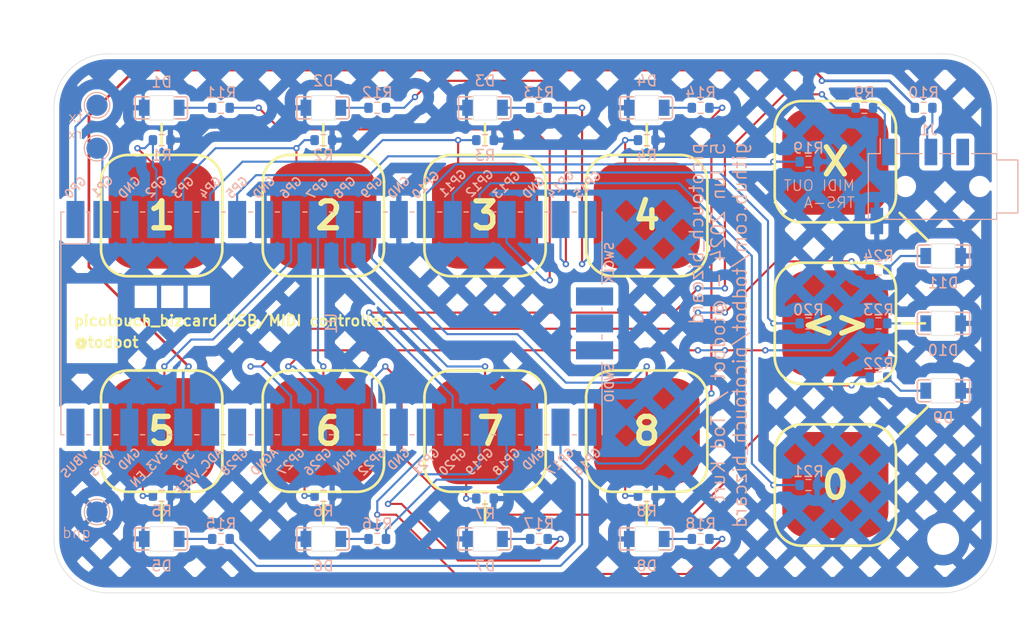
<source format=kicad_pcb>
(kicad_pcb (version 20240108) (generator "pcbnew") (generator_version "8.0")
  (layers (0 "F.Cu" signal) (31 "B.Cu" signal) (34 "B.Paste" user) (35 "F.Paste" user) (36 "B.SilkS" user "B.Silkscreen") (37 "F.SilkS" user "F.Silkscreen") (38 "B.Mask" user) (39 "F.Mask" user) (44 "Edge.Cuts" user))
  (net 0 "")
  (net 1 "/TOUCH1")
  (net 2 "GND")
  (net 3 "/TOUCH2")
  (net 4 "/TOUCH3")
  (net 5 "/TOUCH4")
  (net 6 "/TOUCH5")
  (net 7 "/TOUCH6")
  (net 8 "/TOUCH7")
  (net 9 "/TOUCH8")
  (net 10 "/MIDI_OUT")
  (net 11 "+3.3V")
  (net 12 "Net-(D1-A)")
  (net 13 "/LED1")
  (net 14 "/LED2")
  (net 15 "Net-(D2-A)")
  (net 16 "Net-(D3-A)")
  (net 17 "/LED3")
  (net 18 "/LED4")
  (net 19 "/LED5")
  (net 20 "/LED6")
  (net 21 "/LED7")
  (net 22 "/LED8")
  (net 23 "Net-(D4-A)")
  (net 24 "Net-(D5-A)")
  (net 25 "Net-(D6-A)")
  (net 26 "Net-(D7-A)")
  (net 27 "Net-(D8-A)")
  (net 28 "Net-(D9-A)")
  (net 29 "Net-(D10-A)")
  (net 30 "Net-(D11-A)")
  (net 31 "/LED9")
  (net 32 "/LED10")
  (net 33 "/LED11")
  (net 43 "/TOUCH11")
  (net 44 "/TOUCH9")
  (net 45 "/TOUCH10")
  (net 46 "Net-(J1-PadR1)")
  (net 47 "Net-(J1-PadT)")
  (net 49 "/TX")
  (net 50 "/RX")
  (footprint "SparkFun-Switch:Pad-CapacitiveTouch" (layer "F.Cu") (at 127 40.64)
    (property "Reference" "SW2" (hide yes))
    (property "Value" "Capacitive Button" (hide yes))
  )
  (footprint "SparkFun-Switch:Pad-CapacitiveTouch" (layer "F.Cu") (at 157.48 60.96)
    (property "Reference" "SW8" (hide yes))
    (property "Value" "Capacitive Button" (hide yes))
  )
  (footprint "SparkFun-Switch:Pad-CapacitiveTouch" (layer "F.Cu") (at 142.24 40.64)
    (property "Reference" "SW3" (hide yes))
    (property "Value" "Capacitive Button" (hide yes))
  )
  (footprint "MountingHole:MountingHole_2.5mm" (layer "F.Cu") (at 185.42 71.12)
    (property "Reference" "H1" (hide yes))
    (property "Value" "MountingHole" (hide yes))
  )
  (footprint "SparkFun-Switch:Pad-CapacitiveTouch" (layer "F.Cu") (at 175.26 66.04)
    (property "Reference" "SW12" (hide yes))
    (property "Value" "Capacitive Button" (hide yes))
  )
  (footprint "SparkFun-Switch:Pad-CapacitiveTouch" (layer "F.Cu") (at 175.26 35.56)
    (property "Reference" "SW10" (hide yes))
    (property "Value" "Capacitive Button" (hide yes))
  )
  (footprint "SparkFun-Switch:Pad-CapacitiveTouch" (layer "F.Cu") (at 111.76 60.96)
    (property "Reference" "SW5" (hide yes))
    (property "Value" "Capacitive Button" (hide yes))
  )
  (footprint "SparkFun-Switch:Pad-CapacitiveTouch" (layer "F.Cu") (at 142.24 60.96)
    (property "Reference" "SW7" (hide yes))
    (property "Value" "Capacitive Button" (hide yes))
  )
  (footprint "SparkFun-Switch:Pad-CapacitiveTouch" (layer "F.Cu") (at 175.26 50.8)
    (property "Reference" "SW11" (hide yes))
    (property "Value" "Capacitive Button" (hide yes))
  )
  (footprint "SparkFun-Switch:Pad-CapacitiveTouch" (layer "F.Cu") (at 127 60.96)
    (property "Reference" "SW6" (hide yes))
    (property "Value" "Capacitive Button" (hide yes))
  )
  (footprint "SparkFun-Switch:Pad-CapacitiveTouch" (layer "F.Cu") (at 111.76 40.64)
    (property "Reference" "SW1")
    (property "Value" "Capacitive Button")
  )
  (footprint "SparkFun-Switch:Pad-CapacitiveTouch" (layer "F.Cu") (at 157.48 40.64)
    (property "Reference" "SW4" (hide yes))
    (property "Value" "Capacitive Button" (hide yes))
  )
  (footprint "Resistor_SMD:R_0603_1608Metric" (layer "B.Cu") (at 117.348 30.48 180)
    (property "Reference" "R11")
    (property "Value" "1k")
  )
  (footprint "Resistor_SMD:R_0603_1608Metric" (layer "B.Cu") (at 157.48 67.056)
    (property "Reference" "R8")
    (property "Value" "1M")
  )
  (footprint "Resistor_SMD:R_0603_1608Metric" (layer "B.Cu") (at 142.24 33.528)
    (property "Reference" "R3")
    (property "Value" "1M")
  )
  (footprint "Resistor_SMD:R_0603_1608Metric" (layer "B.Cu") (at 132.08 71.12 180)
    (property "Reference" "R16")
    (property "Value" "1k")
  )
  (footprint "Resistor_SMD:R_0603_1608Metric" (layer "B.Cu") (at 172.72 66.04)
    (property "Reference" "R21")
    (property "Value" "1M")
  )
  (footprint "TestPoint:TestPoint_Pad_D2.0mm" (layer "B.Cu") (at 105.664 68.58 180)
    (property "Reference" "TP3" (hide yes))
    (property "Value" "GND")
  )
  (footprint "todbot_stuff:LED1206_LTST-C230KRKT-cutout" (layer "B.Cu") (at 185.42 50.8)
    (property "Reference" "D10")
    (property "Value" "LED" (hide yes))
    (fp_rect (start 1.1 -1.15) (end -1.1 1.15) (stroke (width 0.05)) (fill none) (layer "Edge.Cuts"))
  )
  (footprint "Resistor_SMD:R_0603_1608Metric" (layer "B.Cu") (at 179.324 55.88)
    (property "Reference" "R22")
    (property "Value" "1k")
  )
  (footprint "Resistor_SMD:R_0603_1608Metric" (layer "B.Cu") (at 142.24 67.31)
    (property "Reference" "R7")
    (property "Value" "1M")
  )
  (footprint "Resistor_SMD:R_0603_1608Metric" (layer "B.Cu") (at 147.32 71.12 180)
    (property "Reference" "R17")
    (property "Value" "1k")
  )
  (footprint "todbot_stuff:LED1206_LTST-C230KRKT-cutout" (layer "B.Cu") (at 157.48 30.48 180)
    (property "Reference" "D4")
    (property "Value" "LED" (hide yes))
    (fp_rect (start 1.1 -1.15) (end -1.1 1.15) (stroke (width 0.05)) (fill none) (layer "Edge.Cuts"))
  )
  (footprint "TestPoint:TestPoint_Pad_D2.0mm" (layer "B.Cu") (at 105.664 30.24 180)
    (property "Reference" "TP1" (hide yes))
    (property "Value" "TX")
  )
  (footprint "Resistor_SMD:R_0603_1608Metric" (layer "B.Cu") (at 117.348 71.12 180)
    (property "Reference" "R15")
    (property "Value" "1k")
  )
  (footprint "todbot_stuff:LED1206_LTST-C230KRKT-cutout" (layer "B.Cu") (at 111.76 71.12 180)
    (property "Reference" "D5")
    (property "Value" "LED" (hide yes))
    (fp_rect (start 1.1 -1.15) (end -1.1 1.15) (stroke (width 0.05)) (fill none) (layer "Edge.Cuts"))
  )
  (footprint "TestPoint:TestPoint_Pad_D2.0mm" (layer "B.Cu") (at 105.664 34.29 180)
    (property "Reference" "TP2" (hide yes))
    (property "Value" "RX")
  )
  (footprint "Resistor_SMD:R_0603_1608Metric" (layer "B.Cu") (at 179.324 50.8)
    (property "Reference" "R23")
    (property "Value" "1k")
  )
  (footprint "Resistor_SMD:R_0603_1608Metric" (layer "B.Cu") (at 179.324 45.72)
    (property "Reference" "R24")
    (property "Value" "1k")
  )
  (footprint "Resistor_SMD:R_0603_1608Metric" (layer "B.Cu") (at 147.32 30.48 180)
    (property "Reference" "R13")
    (property "Value" "1k")
  )
  (footprint "Resistor_SMD:R_0603_1608Metric" (layer "B.Cu") (at 172.72 50.8)
    (property "Reference" "R20")
    (property "Value" "1M")
  )
  (footprint "Resistor_SMD:R_0603_1608Metric" (layer "B.Cu") (at 157.48 33.528)
    (property "Reference" "R4")
    (property "Value" "1M")
  )
  (footprint "todbot_stuff:LED1206_LTST-C230KRKT-cutout" (layer "B.Cu") (at 157.48 71.12 180)
    (property "Reference" "D8")
    (property "Value" "LED" (hide yes))
    (fp_rect (start 1.1 -1.15) (end -1.1 1.15) (stroke (width 0.05)) (fill none) (layer "Edge.Cuts"))
  )
  (footprint "todbot_stuff:Jack_3.5mm_PJ320D_Horizontal" (layer "B.Cu") (at 184.09 37.898 180)
    (property "Reference" "J1")
    (property "Value" "AudioJack4")
  )
  (footprint "Resistor_SMD:R_0603_1608Metric" (layer "B.Cu") (at 162.56 71.12 180)
    (property "Reference" "R18")
    (property "Value" "1k")
  )
  (footprint "todbot_RPI_Pico:RPi_Pico_SMD" (layer "B.Cu") (at 127.762 50.8 -90)
    (property "Reference" "U1")
    (property "Value" "Pico")
  )
  (footprint "Resistor_SMD:R_0603_1608Metric" (layer "B.Cu") (at 183.579 30.48 180)
    (property "Reference" "R10")
    (property "Value" "33")
  )
  (footprint "todbot_stuff:LED1206_LTST-C230KRKT-cutout" (layer "B.Cu") (at 127 30.48 180)
    (property "Reference" "D2")
    (property "Value" "LED" (hide yes))
    (fp_rect (start 1.1 -1.15) (end -1.1 1.15) (stroke (width 0.05)) (fill none) (layer "Edge.Cuts"))
  )
  (footprint "todbot_stuff:LED1206_LTST-C230KRKT-cutout" (layer "B.Cu") (at 111.76 30.48 180)
    (property "Reference" "D1")
    (property "Value" "LED" (hide yes))
    (fp_rect (start 1.1 -1.15) (end -1.1 1.15) (stroke (width 0.05)) (fill none) (layer "Edge.Cuts"))
  )
  (footprint "Resistor_SMD:R_0603_1608Metric" (layer "B.Cu") (at 111.76 67.056)
    (property "Reference" "R5")
    (property "Value" "1M")
  )
  (footprint "Resistor_SMD:R_0603_1608Metric" (layer "B.Cu") (at 172.72 35.56)
    (property "Reference" "R19")
    (property "Value" "1M")
  )
  (footprint "Resistor_SMD:R_0603_1608Metric" (layer "B.Cu") (at 162.56 30.48 180)
    (property "Reference" "R14")
    (property "Value" "1k")
  )
  (footprint "Resistor_SMD:R_0603_1608Metric" (layer "B.Cu") (at 111.76 33.528)
    (property "Reference" "R1")
    (property "Value" "1M")
  )
  (footprint "Resistor_SMD:R_0603_1608Metric" (layer "B.Cu") (at 127 67.056)
    (property "Reference" "R6")
    (property "Value" "1M")
  )
  (footprint "todbot_stuff:LED1206_LTST-C230KRKT-cutout" (layer "B.Cu") (at 127 71.12 180)
    (property "Reference" "D6")
    (property "Value" "LED" (hide yes))
    (fp_rect (start 1.1 -1.15) (end -1.1 1.15) (stroke (width 0.05)) (fill none) (layer "Edge.Cuts"))
  )
  (footprint "todbot_stuff:LED1206_LTST-C230KRKT-cutout" (layer "B.Cu") (at 142.24 71.12 180)
    (property "Reference" "D7")
    (property "Value" "LED" (hide yes))
    (fp_rect (start 1.1 -1.15) (end -1.1 1.15) (stroke (width 0.05)) (fill none) (layer "Edge.Cuts"))
  )
  (footprint "Resistor_SMD:R_0603_1608Metric" (layer "B.Cu") (at 177.991 30.48 180)
    (property "Reference" "R9")
    (property "Value" "10")
  )
  (footprint "todbot_stuff:LED1206_LTST-C230KRKT-cutout" (layer "B.Cu") (at 185.42 44.45)
    (property "Reference" "D11")
    (property "Value" "LED" (hide yes))
    (fp_rect (start 1.1 -1.15) (end -1.1 1.15) (stroke (width 0.05)) (fill none) (layer "Edge.Cuts"))
  )
  (footprint "Resistor_SMD:R_0603_1608Metric" (layer "B.Cu") (at 127 33.528)
    (property "Reference" "R2")
    (property "Value" "1M")
  )
  (footprint "Resistor_SMD:R_0603_1608Metric" (layer "B.Cu") (at 132.08 30.48 180)
    (property "Reference" "R12")
    (property "Value" "1k")
  )
  (footprint "todbot_stuff:LED1206_LTST-C230KRKT-cutout" (layer "B.Cu") (at 142.24 30.48 180)
    (property "Reference" "D3")
    (property "Value" "LED" (hide yes))
    (fp_rect (start 1.1 -1.15) (end -1.1 1.15) (stroke (width 0.05)) (fill none) (layer "Edge.Cuts"))
  )
  (footprint "todbot_stuff:LED1206_LTST-C230KRKT-cutout" (layer "B.Cu") (at 185.42 57.15)
    (property "Reference" "D9")
    (property "Value" "LED" (hide yes))
    (fp_rect (start 1.1 -1.15) (end -1.1 1.15) (stroke (width 0.05)) (fill none) (layer "Edge.Cuts"))
  )
  (gr_arc (start 139.065 46.355) (mid 137.268949 45.611051) (end 136.525 43.815) (stroke (width 0.254)) (layer "F.SilkS"))
  (gr_line (start 147.955 57.785) (end 147.955 64.135) (stroke (width 0.254)) (layer "F.SilkS"))
  (gr_line (start 106.045 43.815) (end 106.045 37.465) (stroke (width 0.254)) (layer "F.SilkS"))
  (gr_line (start 181.356 61.214) (end 183.9595 58.674) (stroke (width 0.254)) (layer "F.SilkS"))
  (gr_line (start 111.76 32.004) (end 111.76 34.036) (stroke (width 0.254)) (layer "F.SilkS"))
  (gr_arc (start 147.955 43.815) (mid 147.211051 45.611051) (end 145.415 46.355) (stroke (width 0.254)) (layer "F.SilkS"))
  (gr_arc (start 130.175 55.245) (mid 131.971051 55.988949) (end 132.715 57.785) (stroke (width 0.254)) (layer "F.SilkS"))
  (gr_arc (start 172.085 56.515) (mid 170.288949 55.771051) (end 169.545 53.975) (stroke (width 0.254)) (layer "F.SilkS"))
  (gr_line (start 160.655 66.675) (end 154.305 66.675) (stroke (width 0.254)) (layer "F.SilkS"))
  (gr_arc (start 132.715 43.815) (mid 131.971051 45.611051) (end 130.175 46.355) (stroke (width 0.254)) (layer "F.SilkS"))
  (gr_arc (start 147.955 64.135) (mid 147.211051 65.931051) (end 145.415 66.675) (stroke (width 0.254)) (layer "F.SilkS"))
  (gr_arc (start 154.305 66.675) (mid 152.508949 65.931051) (end 151.765 64.135) (stroke (width 0.254)) (layer "F.SilkS"))
  (gr_line (start 172.085 45.085) (end 178.435 45.085) (stroke (width 0.254)) (layer "F.SilkS"))
  (gr_arc (start 145.415 34.925) (mid 147.211051 35.668949) (end 147.955 37.465) (stroke (width 0.254)) (layer "F.SilkS"))
  (gr_line (start 139.065 55.245) (end 145.415 55.245) (stroke (width 0.254)) (layer "F.SilkS"))
  (gr_arc (start 169.545 62.865) (mid 170.288949 61.068949) (end 172.085 60.325) (stroke (width 0.254)) (layer "F.SilkS"))
  (gr_line (start 111.76 67.564) (end 111.76 69.596) (stroke (width 0.254)) (layer "F.SilkS"))
  (gr_arc (start 169.545 47.625) (mid 170.288949 45.828949) (end 172.085 45.085) (stroke (width 0.254)) (layer "F.SilkS"))
  (gr_arc (start 178.435 60.325) (mid 180.231051 61.068949) (end 180.975 62.865) (stroke (width 0.254)) (layer "F.SilkS"))
  (gr_line (start 130.175 66.675) (end 123.825 66.675) (stroke (width 0.254)) (layer "F.SilkS"))
  (gr_arc (start 160.655 34.925) (mid 162.451051 35.668949) (end 163.195 37.465) (stroke (width 0.254)) (layer "F.SilkS"))
  (gr_line (start 154.305 55.245) (end 160.655 55.245) (stroke (width 0.254)) (layer "F.SilkS"))
  (gr_arc (start 108.585 66.675) (mid 106.788949 65.931051) (end 106.045 64.135) (stroke (width 0.254)) (layer "F.SilkS"))
  (gr_line (start 163.195 57.785) (end 163.195 64.135) (stroke (width 0.254)) (layer "F.SilkS"))
  (gr_line (start 180.975 47.625) (end 180.975 53.975) (stroke (width 0.254)) (layer "F.SilkS"))
  (gr_line (start 142.24 32.004) (end 142.24 34.036) (stroke (width 0.254)) (layer "F.SilkS"))
  (gr_line (start 114.935 66.675) (end 108.585 66.675) (stroke (width 0.254)) (layer "F.SilkS"))
  (gr_line (start 180.975 32.385) (end 180.975 38.735) (stroke (width 0.254)) (layer "F.SilkS"))
  (gr_line (start 130.175 46.355) (end 123.825 46.355) (stroke (width 0.254)) (layer "F.SilkS"))
  (gr_line (start 132.715 57.785) (end 132.715 64.135) (stroke (width 0.254)) (layer "F.SilkS"))
  (gr_line (start 108.585 34.925) (end 114.935 34.925) (stroke (width 0.254)) (layer "F.SilkS"))
  (gr_arc (start 123.825 66.675) (mid 122.028949 65.931051) (end 121.285 64.135) (stroke (width 0.254)) (layer "F.SilkS"))
  (gr_arc (start 178.435 29.845) (mid 180.231051 30.588949) (end 180.975 32.385) (stroke (width 0.254)) (layer "F.SilkS"))
  (gr_line (start 142.24 67.564) (end 142.24 69.596) (stroke (width 0.254)) (layer "F.SilkS"))
  (gr_line (start 160.655 46.355) (end 154.305 46.355) (stroke (width 0.254)) (layer "F.SilkS"))
  (gr_arc (start 178.435 45.085) (mid 180.231051 45.828949) (end 180.975 47.625) (stroke (width 0.254)) (layer "F.SilkS"))
  (gr_line (start 181.546499 50.8) (end 183.7055 50.8) (stroke (width 0.254)) (layer "F.SilkS"))
  (gr_line (start 157.48 67.564) (end 157.48 69.723) (stroke (width 0.254)) (layer "F.SilkS"))
  (gr_line (start 117.475 37.465) (end 117.475 43.815) (stroke (width 0.254)) (layer "F.SilkS"))
  (gr_arc (start 130.175 34.925) (mid 131.971051 35.668949) (end 132.715 37.465) (stroke (width 0.254)) (layer "F.SilkS"))
  (gr_arc (start 114.935 55.245) (mid 116.731051 55.988949) (end 117.475 57.785) (stroke (width 0.254)) (layer "F.SilkS"))
  (gr_line (start 121.285 64.135) (end 121.285 57.785) (stroke (width 0.254)) (layer "F.SilkS"))
  (gr_arc (start 132.715 64.135) (mid 131.971051 65.931051) (end 130.175 66.675) (stroke (width 0.254)) (layer "F.SilkS"))
  (gr_arc (start 154.305 46.355) (mid 152.508949 45.611051) (end 151.765 43.815) (stroke (width 0.254)) (layer "F.SilkS"))
  (gr_arc (start 163.195 43.815) (mid 162.451051 45.611051) (end 160.655 46.355) (stroke (width 0.254)) (layer "F.SilkS"))
  (gr_arc (start 151.765 37.465) (mid 152.508949 35.668949) (end 154.305 34.925) (stroke (width 0.254)) (layer "F.SilkS"))
  (gr_line (start 178.435 41.275) (end 172.085 41.275) (stroke (width 0.254)) (layer "F.SilkS"))
  (gr_line (start 154.305 34.925) (end 160.655 34.925) (stroke (width 0.254)) (layer "F.SilkS"))
  (gr_arc (start 136.525 37.465) (mid 137.268949 35.668949) (end 139.065 34.925) (stroke (width 0.254)) (layer "F.SilkS"))
  (gr_line (start 145.415 66.675) (end 139.065 66.675) (stroke (width 0.254)) (layer "F.SilkS"))
  (gr_arc (start 117.475 64.135) (mid 116.731051 65.931051) (end 114.935 66.675) (stroke (width 0.254)) (layer "F.SilkS"))
  (gr_line (start 178.435 56.515) (end 172.085 56.515) (stroke (width 0.254)) (layer "F.SilkS"))
  (gr_line (start 132.715 37.465) (end 132.715 43.815) (stroke (width 0.254)) (layer "F.SilkS"))
  (gr_arc (start 145.415 55.245) (mid 147.211051 55.988949) (end 147.955 57.785) (stroke (width 0.254)) (layer "F.SilkS"))
  (gr_line (start 147.955 37.465) (end 147.955 43.815) (stroke (width 0.254)) (layer "F.SilkS"))
  (gr_line (start 169.545 69.215) (end 169.545 62.865) (stroke (width 0.254)) (layer "F.SilkS"))
  (gr_line (start 163.195 37.465) (end 163.195 43.815) (stroke (width 0.254)) (layer "F.SilkS"))
  (gr_arc (start 180.975 53.975) (mid 180.231051 55.771051) (end 178.435 56.515) (stroke (width 0.254)) (layer "F.SilkS"))
  (gr_line (start 108.585 55.245) (end 114.935 55.245) (stroke (width 0.254)) (layer "F.SilkS"))
  (gr_arc (start 123.825 46.355) (mid 122.028949 45.611051) (end 121.285 43.815) (stroke (width 0.254)) (layer "F.SilkS"))
  (gr_arc (start 108.585 46.355) (mid 106.788949 45.611051) (end 106.045 43.815) (stroke (width 0.254)) (layer "F.SilkS"))
  (gr_line (start 151.765 43.815) (end 151.765 37.465) (stroke (width 0.254)) (layer "F.SilkS"))
  (gr_arc (start 106.045 37.465) (mid 106.788949 35.668949) (end 108.585 34.925) (stroke (width 0.254)) (layer "F.SilkS"))
  (gr_arc (start 136.525 57.785) (mid 137.268949 55.988949) (end 139.065 55.245) (stroke (width 0.254)) (layer "F.SilkS"))
  (gr_line (start 121.285 43.815) (end 121.285 37.465) (stroke (width 0.254)) (layer "F.SilkS"))
  (gr_line (start 145.415 46.355) (end 139.065 46.355) (stroke (width 0.254)) (layer "F.SilkS"))
  (gr_line (start 181.32425 40.386) (end 183.92775 42.926) (stroke (width 0.254)) (layer "F.SilkS"))
  (gr_line (start 123.825 55.245) (end 130.175 55.245) (stroke (width 0.254)) (layer "F.SilkS"))
  (gr_arc (start 163.195 64.135) (mid 162.451051 65.931051) (end 160.655 66.675) (stroke (width 0.254)) (layer "F.SilkS"))
  (gr_arc (start 114.935 34.925) (mid 116.731051 35.668949) (end 117.475 37.465) (stroke (width 0.254)) (layer "F.SilkS"))
  (gr_line (start 127 67.564) (end 127 69.723) (stroke (width 0.254)) (layer "F.SilkS"))
  (gr_arc (start 121.285 37.465) (mid 122.028949 35.668949) (end 123.825 34.925) (stroke (width 0.254)) (layer "F.SilkS"))
  (gr_line (start 157.48 32.004) (end 157.48 34.163) (stroke (width 0.254)) (layer "F.SilkS"))
  (gr_line (start 180.975 62.865) (end 180.975 69.215) (stroke (width 0.254)) (layer "F.SilkS"))
  (gr_line (start 169.545 53.975) (end 169.545 47.625) (stroke (width 0.254)) (layer "F.SilkS"))
  (gr_line (start 106.045 64.135) (end 106.045 57.785) (stroke (width 0.254)) (layer "F.SilkS"))
  (gr_arc (start 117.475 43.815) (mid 116.731051 45.611051) (end 114.935 46.355) (stroke (width 0.254)) (layer "F.SilkS"))
  (gr_line (start 117.475 57.785) (end 117.475 64.135) (stroke (width 0.254)) (layer "F.SilkS"))
  (gr_arc (start 172.085 71.755) (mid 170.288949 71.011051) (end 169.545 69.215) (stroke (width 0.254)) (layer "F.SilkS"))
  (gr_line (start 136.525 43.815) (end 136.525 37.465) (stroke (width 0.254)) (layer "F.SilkS"))
  (gr_arc (start 169.545 32.385) (mid 170.288949 30.588949) (end 172.085 29.845) (stroke (width 0.254)) (layer "F.SilkS"))
  (gr_line (start 151.765 64.135) (end 151.765 57.785) (stroke (width 0.254)) (layer "F.SilkS"))
  (gr_line (start 178.435 71.755) (end 172.085 71.755) (stroke (width 0.254)) (layer "F.SilkS"))
  (gr_line (start 172.085 29.845) (end 178.435 29.845) (stroke (width 0.254)) (layer "F.SilkS"))
  (gr_line (start 136.525 64.135) (end 136.525 57.785) (stroke (width 0.254)) (layer "F.SilkS"))
  (gr_line (start 169.545 38.735) (end 169.545 32.385) (stroke (width 0.254)) (layer "F.SilkS"))
  (gr_arc (start 172.085 41.275) (mid 170.288949 40.531051) (end 169.545 38.735) (stroke (width 0.254)) (layer "F.SilkS"))
  (gr_arc (start 180.975 38.735) (mid 180.231051 40.531051) (end 178.435 41.275) (stroke (width 0.254)) (layer "F.SilkS"))
  (gr_arc (start 151.765 57.785) (mid 152.508949 55.988949) (end 154.305 55.245) (stroke (width 0.254)) (layer "F.SilkS"))
  (gr_arc (start 160.655 55.245) (mid 162.451051 55.988949) (end 163.195 57.785) (stroke (width 0.254)) (layer "F.SilkS"))
  (gr_line (start 127 32.004) (end 127 34.163) (stroke (width 0.254)) (layer "F.SilkS"))
  (gr_arc (start 106.045 57.785) (mid 106.788949 55.988949) (end 108.585 55.245) (stroke (width 0.254)) (layer "F.SilkS"))
  (gr_arc (start 121.285 57.785) (mid 122.028949 55.988949) (end 123.825 55.245) (stroke (width 0.254)) (layer "F.SilkS"))
  (gr_line (start 123.825 34.925) (end 130.175 34.925) (stroke (width 0.254)) (layer "F.SilkS"))
  (gr_line (start 172.085 60.325) (end 178.435 60.325) (stroke (width 0.254)) (layer "F.SilkS"))
  (gr_arc (start 180.975 69.215) (mid 180.231051 71.011051) (end 178.435 71.755) (stroke (width 0.254)) (layer "F.SilkS"))
  (gr_line (start 139.065 34.925) (end 145.415 34.925) (stroke (width 0.254)) (layer "F.SilkS"))
  (gr_line (start 114.935 46.355) (end 108.585 46.355) (stroke (width 0.254)) (layer "F.SilkS"))
  (gr_arc (start 139.065 66.675) (mid 137.268949 65.931051) (end 136.525 64.135) (stroke (width 0.254)) (layer "F.SilkS"))
  (gr_arc (start 190.5 71.12) (mid 189.012102 74.712102) (end 185.42 76.2) (stroke (width 0.05)) (layer "Edge.Cuts"))
  (gr_arc (start 101.6 30.48) (mid 103.087898 26.887898) (end 106.68 25.4) (stroke (width 0.05)) (layer "Edge.Cuts"))
  (gr_line (start 106.68 25.4) (end 185.42 25.4) (stroke (width 0.05)) (layer "Edge.Cuts"))
  (gr_line (start 185.42 76.2) (end 106.68 76.2) (stroke (width 0.05)) (layer "Edge.Cuts"))
  (gr_line (start 101.6 71.12) (end 101.6 30.48) (stroke (width 0.05)) (layer "Edge.Cuts"))
  (gr_arc (start 185.42 25.4) (mid 189.012102 26.887898) (end 190.5 30.48) (stroke (width 0.05)) (layer "Edge.Cuts"))
  (gr_line (start 190.5 30.48) (end 190.5 71.12) (stroke (width 0.05)) (layer "Edge.Cuts"))
  (gr_arc (start 106.68 76.2) (mid 103.087898 74.712102) (end 101.6 71.12) (stroke (width 0.05)) (layer "Edge.Cuts"))
  (gr_text "MIDI OUT\nTRS-A" (at 177.165 40.005 0) (layer "B.SilkS") (effects (font (size 1 1) (thickness 0.1)) (justify left bottom mirror)))
  (gr_text "tx\nrx" (at 104.394 33.528 0) (layer "B.SilkS") (effects (font (size 1 1) (thickness 0.1)) (justify left bottom mirror)))
  (gr_text "picotouch_bizcard\n5 Jun 2024 - @todbot / Tod Kurt\ngithub.com/todbot/picotouch_bizcard" (at 167.005 33.655 90) (layer "B.SilkS") (effects (font (size 1.27 1.27) (thickness 0.1524)) (justify left bottom mirror)))
  (gr_text "gnd" (at 105.156 71.12 0) (layer "B.SilkS") (effects (font (size 1 1) (thickness 0.1)) (justify left bottom mirror)))
  (gr_text "3" (at 142.24 40.64 0) (layer "F.SilkS") (effects (font (size 2.54 2.54) (thickness 0.508) (bold yes))))
  (gr_text "@todbot\n" (at 103.378 52.578 0) (layer "F.SilkS") (effects (font (size 1 1) (thickness 0.2) (bold yes)) (justify left)))
  (gr_text "0" (at 175.26 66.04 0) (layer "F.SilkS") (effects (font (size 2.54 2.54) (thickness 0.508) (bold yes))))
  (gr_text "7" (at 142.748 60.96 0) (layer "F.SilkS") (effects (font (size 2.54 2.54) (thickness 0.508) (bold yes))))
  (gr_text "8" (at 157.48 60.96 0) (layer "F.SilkS") (effects (font (size 2.54 2.54) (thickness 0.508) (bold yes))))
  (gr_text "1" (at 111.76 40.64 0) (layer "F.SilkS") (effects (font (size 2.54 2.54) (thickness 0.508) (bold yes))))
  (gr_text "4" (at 157.48 40.64 0) (layer "F.SilkS") (effects (font (size 2.54 2.54) (thickness 0.508) (bold yes))))
  (gr_text "X" (at 175.26 35.56 0) (layer "F.SilkS") (effects (font (size 2.54 2.54) (thickness 0.508) (bold yes))))
  (gr_text "<>\n" (at 175.26 50.8 0) (layer "F.SilkS") (effects (font (size 2.54 2.54) (thickness 0.508) (bold yes))))
  (gr_text "6" (at 127.508 60.96 0) (layer "F.SilkS") (effects (font (size 2.54 2.54) (thickness 0.508) (bold yes))))
  (gr_text "picotouch_bizcard USB/MIDI controller" (at 103.378 50.546 0) (layer "F.SilkS") (effects (font (size 1 1) (thickness 0.2) (bold yes)) (justify left)))
  (gr_text "5" (at 111.76 60.96 0) (layer "F.SilkS") (effects (font (size 2.54 2.54) (thickness 0.508) (bold yes))))
  (gr_text "2" (at 127.508 40.64 0) (layer "F.SilkS") (effects (font (size 2.54 2.54) (thickness 0.508) (bold yes))))
  (segment (start 111.76 36.576) (end 111.76 40.64) (width 0.2) (layer "F.Cu") (net 1))
  (segment (start 109.474 34.29) (end 111.76 36.576) (width 0.2) (layer "F.Cu") (net 1))
  (via (at 109.474 34.29) (size 0.6) (drill 0.3) (layers "F.Cu" "B.Cu") (net 1))
  (segment (start 110.935 36.005) (end 110.935 33.528) (width 0.2) (layer "B.Cu") (net 1))
  (segment (start 111.252 41.402) (end 111.252 36.322) (width 0.2) (layer "B.Cu") (net 1))
  (segment (start 111.252 36.322) (end 110.935 36.005) (width 0.2) (layer "B.Cu") (net 1))
  (segment (start 110.173 34.29) (end 110.935 33.528) (width 0.2) (layer "B.Cu") (net 1))
  (segment (start 109.474 34.29) (end 110.173 34.29) (width 0.2) (layer "B.Cu") (net 1))
  (segment (start 111.76 41.91) (end 111.252 41.402) (width 0.2) (layer "B.Cu") (net 1))
  (segment (start 124.46 34.29) (end 124.46 38.1) (width 0.2) (layer "F.Cu") (net 3))
  (segment (start 127 37.084) (end 127 40.64) (width 0.2) (layer "F.Cu") (net 3))
  (segment (start 124.46 38.1) (end 127 40.64) (width 0.2) (layer "F.Cu") (net 3))
  (via (at 124.46 34.29) (size 0.6) (drill 0.3) (layers "F.Cu" "B.Cu") (net 3))
  (segment (start 124.46 34.29) (end 125.222 33.528) (width 0.2) (layer "B.Cu") (net 3))
  (segment (start 116.84 34.29) (end 113.792 37.338) (width 0.2) (layer "B.Cu") (net 3))
  (segment (start 113.792 41.402) (end 114.3 41.91) (width 0.2) (layer "B.Cu") (net 3))
  (segment (start 125.222 33.528) (end 126.175 33.528) (width 0.2) (layer "B.Cu") (net 3))
  (segment (start 124.46 34.29) (end 116.84 34.29) (width 0.2) (layer "B.Cu") (net 3))
  (segment (start 113.792 37.338) (end 113.792 41.402) (width 0.2) (layer "B.Cu") (net 3))
  (segment (start 142.24 36.83) (end 142.24 40.64) (width 0.2) (layer "F.Cu") (net 4))
  (segment (start 142.748 41.148) (end 142.24 40.64) (width 0.2) (layer "F.Cu") (net 4))
  (segment (start 139.7 38.1) (end 142.24 40.64) (width 0.2) (layer "F.Cu") (net 4))
  (segment (start 139.7 33.528) (end 139.7 38.1) (width 0.2) (layer "F.Cu") (net 4))
  (via (at 139.7 33.528) (size 0.6) (drill 0.3) (layers "F.Cu" "B.Cu") (net 4))
  (segment (start 130.556 35.56) (end 119.38 35.56) (width 0.2) (layer "B.Cu") (net 4))
  (segment (start 132.588 33.528) (end 130.556 35.56) (width 0.2) (layer "B.Cu") (net 4))
  (segment (start 116.332 41.402) (end 116.84 41.91) (width 0.2) (layer "B.Cu") (net 4))
  (segment (start 116.332 38.608) (end 116.332 41.402) (width 0.2) (layer "B.Cu") (net 4))
  (segment (start 139.7 33.528) (end 141.415 33.528) (width 0.2) (layer "B.Cu") (net 4))
  (segment (start 139.7 33.528) (end 132.588 33.528) (width 0.2) (layer "B.Cu") (net 4))
  (segment (start 119.38 35.56) (end 116.332 38.608) (width 0.2) (layer "B.Cu") (net 4))
  (segment (start 155.448 38.608) (end 155.448 33.528) (width 0.2) (layer "F.Cu") (net 5))
  (segment (start 157.48 40.64) (end 155.448 38.608) (width 0.2) (layer "F.Cu") (net 5))
  (via (at 155.448 33.528) (size 0.6) (drill 0.3) (layers "F.Cu" "B.Cu") (net 5))
  (segment (start 153.924 35.052) (end 133.096 35.052) (width 0.2) (layer "B.Cu") (net 5))
  (segment (start 118.872 41.402) (end 119.38 41.91) (width 0.2) (layer "B.Cu") (net 5))
  (segment (start 155.448 33.528) (end 156.655 33.528) (width 0.2) (layer "B.Cu") (net 5))
  (segment (start 118.872 38.608) (end 118.872 41.402) (width 0.2) (layer "B.Cu") (net 5))
  (segment (start 131.318 36.83) (end 120.65 36.83) (width 0.2) (layer "B.Cu") (net 5))
  (segment (start 155.448 33.528) (end 153.924 35.052) (width 0.2) (layer "B.Cu") (net 5))
  (segment (start 133.096 35.052) (end 131.318 36.83) (width 0.2) (layer "B.Cu") (net 5))
  (segment (start 120.65 36.83) (end 118.872 38.608) (width 0.2) (layer "B.Cu") (net 5))
  (segment (start 112.014 60.706) (end 111.76 60.96) (width 0.2) (layer "F.Cu") (net 6))
  (segment (start 113.538 63.5) (end 113.538 62.738) (width 0.2) (layer "F.Cu") (net 6))
  (segment (start 109.982 62.738) (end 111.76 60.96) (width 0.2) (layer "F.Cu") (net 6))
  (segment (start 113.538 62.738) (end 111.76 60.96) (width 0.2) (layer "F.Cu") (net 6))
  (segment (start 109.982 67.056) (end 109.982 62.738) (width 0.2) (layer "F.Cu") (net 6))
  (segment (start 112.014 54.864) (end 112.014 60.706) (width 0.2) (layer "F.Cu") (net 6))
  (via (at 109.982 67.056) (size 0.6) (drill 0.3) (layers "F.Cu" "B.Cu") (net 6))
  (via (at 112.014 54.864) (size 0.6) (drill 0.3) (layers "F.Cu" "B.Cu") (net 6))
  (segment (start 123.952 44.958) (end 123.952 42.418) (width 0.2) (layer "B.Cu") (net 6))
  (segment (start 109.982 67.056) (end 110.935 67.056) (width 0.2) (layer "B.Cu") (net 6))
  (segment (start 123.952 42.418) (end 124.46 41.91) (width 0.2) (layer "B.Cu") (net 6))
  (segment (start 116.586 52.324) (end 123.952 44.958) (width 0.2) (layer "B.Cu") (net 6))
  (segment (start 112.014 54.864) (end 114.554 52.324) (width 0.2) (layer "B.Cu") (net 6))
  (segment (start 114.554 52.324) (end 116.586 52.324) (width 0.2) (layer "B.Cu") (net 6))
  (segment (start 127 54.864) (end 127 60.96) (width 0.2) (layer "F.Cu") (net 7))
  (segment (start 125.222 62.738) (end 127 60.96) (width 0.2) (layer "F.Cu") (net 7))
  (segment (start 125.222 67.056) (end 125.222 62.738) (width 0.2) (layer "F.Cu") (net 7))
  (via (at 125.222 67.056) (size 0.6) (drill 0.3) (layers "F.Cu" "B.Cu") (net 7))
  (via (at 127 54.864) (size 0.6) (drill 0.3) (layers "F.Cu" "B.Cu") (net 7))
  (segment (start 126.492 42.418) (end 126.492 54.356) (width 0.2) (layer "B.Cu") (net 7))
  (segment (start 126.492 54.356) (end 127 54.864) (width 0.2) (layer "B.Cu") (net 7))
  (segment (start 127 41.91) (end 126.492 42.418) (width 0.2) (layer "B.Cu") (net 7))
  (segment (start 126.175 67.056) (end 125.222 67.056) (width 0.2) (layer "B.Cu") (net 7))
  (segment (start 140.462 62.738) (end 142.24 60.96) (width 0.2) (layer "F.Cu") (net 8))
  (segment (start 142.24 60.96) (end 142.24 54.864) (width 0.2) (layer "F.Cu") (net 8))
  (segment (start 140.462 67.31) (end 140.462 62.738) (width 0.2) (layer "F.Cu") (net 8))
  (via (at 140.462 67.31) (size 0.6) (drill 0.3) (layers "F.Cu" "B.Cu") (net 8))
  (via (at 142.24 54.864) (size 0.6) (drill 0.3) (layers "F.Cu" "B.Cu") (net 8))
  (segment (start 142.24 54.864) (end 138.684 54.864) (width 0.2) (layer "B.Cu") (net 8))
  (segment (start 138.684 54.864) (end 129.032 45.212) (width 0.2) (layer "B.Cu") (net 8))
  (segment (start 141.415 67.31) (end 140.462 67.31) (width 0.2) (layer "B.Cu") (net 8))
  (segment (start 129.032 42.418) (end 129.54 41.91) (width 0.2) (layer "B.Cu") (net 8))
  (segment (start 129.032 45.212) (end 129.032 42.418) (width 0.2) (layer "B.Cu") (net 8))
  (segment (start 157.48 65.024) (end 157.48 60.96) (width 0.2) (layer "F.Cu") (net 9))
  (segment (start 157.48 54.864) (end 157.48 60.96) (width 0.2) (layer "F.Cu") (net 9))
  (segment (start 155.448 67.056) (end 155.448 62.992) (width 0.2) (layer "F.Cu") (net 9))
  (segment (start 155.448 62.992) (end 157.48 60.96) (width 0.2) (layer "F.Cu") (net 9))
  (via (at 155.448 67.056) (size 0.6) (drill 0.3) (layers "F.Cu" "B.Cu") (net 9))
  (via (at 157.48 54.864) (size 0.6) (drill 0.3) (layers "F.Cu" "B.Cu") (net 9))
  (segment (start 145.288 51.816) (end 149.86 56.388) (width 0.2) (layer "B.Cu") (net 9))
  (segment (start 138.684 51.816) (end 145.288 51.816) (width 0.2) (layer "B.Cu") (net 9))
  (segment (start 155.956 56.388) (end 157.48 54.864) (width 0.2) (layer "B.Cu") (net 9))
  (segment (start 156.655 67.056) (end 155.448 67.056) (width 0.2) (layer "B.Cu") (net 9))
  (segment (start 149.86 56.388) (end 155.956 56.388) (width 0.2) (layer "B.Cu") (net 9))
  (segment (start 132.08 41.91) (end 131.572 42.418) (width 0.2) (layer "B.Cu") (net 9))
  (segment (start 131.572 42.418) (end 131.572 44.704) (width 0.2) (layer "B.Cu") (net 9))
  (segment (start 131.572 44.704) (end 138.684 51.816) (width 0.2) (layer "B.Cu") (net 9))
  (segment (start 164.846 34.798) (end 164.846 47.498) (width 0.2) (layer "F.Cu") (net 10))
  (segment (start 170.434 29.21) (end 164.846 34.798) (width 0.2) (layer "F.Cu") (net 10))
  (segment (start 160.02 49.784) (end 131.318 49.784) (width 0.2) (layer "F.Cu") (net 10))
  (segment (start 173.99 29.21) (end 171.704 29.21) (width 0.2) (layer "F.Cu") (net 10))
  (segment (start 162.306 47.498) (end 160.02 49.784) (width 0.2) (layer "F.Cu") (net 10))
  (segment (start 171.704 29.21) (end 170.434 29.21) (width 0.2) (layer "F.Cu") (net 10))
  (via (at 162.306 47.498) (size 0.6) (drill 0.3) (layers "F.Cu" "B.Cu") (net 10))
  (via (at 131.318 49.784) (size 0.6) (drill 0.3) (layers "F.Cu" "B.Cu") (net 10))
  (via (at 164.846 47.498) (size 0.6) (drill 0.3) (layers "F.Cu" "B.Cu") (net 10))
  (via (at 173.99 29.21) (size 0.6) (drill 0.3) (layers "F.Cu" "B.Cu") (net 10))
  (segment (start 164.846 47.498) (end 162.306 47.498) (width 0.2) (layer "B.Cu") (net 10))
  (segment (start 139.192 57.658) (end 131.318 49.784) (width 0.2) (layer "B.Cu") (net 10))
  (segment (start 177.166 30.48) (end 175.26 30.48) (width 0.2) (layer "B.Cu") (net 10))
  (segment (start 175.26 30.48) (end 173.99 29.21) (width 0.2) (layer "B.Cu") (net 10))
  (segment (start 139.192 59.69) (end 139.192 57.658) (width 0.2) (layer "B.Cu") (net 10))
  (segment (start 173.99 27.686) (end 173.99 27.94) (width 0.254) (layer "F.Cu") (net 11))
  (segment (start 173.228 26.924) (end 173.99 27.686) (width 0.254) (layer "F.Cu") (net 11))
  (segment (start 104.902 45.466) (end 104.902 31.242) (width 0.254) (layer "F.Cu") (net 11))
  (segment (start 104.902 31.242) (end 109.22 26.924) (width 0.254) (layer "F.Cu") (net 11))
  (segment (start 114.3 54.864) (end 104.902 45.466) (width 0.254) (layer "F.Cu") (net 11))
  (segment (start 109.22 26.924) (end 173.228 26.924) (width 0.254) (layer "F.Cu") (net 11))
  (via (at 173.99 27.94) (size 0.6) (drill 0.3) (layers "F.Cu" "B.Cu") (net 11))
  (via (at 114.3 54.864) (size 0.6) (drill 0.3) (layers "F.Cu" "B.Cu") (net 11))
  (segment (start 114.3 54.864) (end 113.792 55.372) (width 0.254) (layer "B.Cu") (net 11))
  (segment (start 113.792 59.182) (end 114.3 59.69) (width 0.254) (layer "B.Cu") (net 11))
  (segment (start 182.754 30.48) (end 182.754 30.354) (width 0.254) (layer "B.Cu") (net 11))
  (segment (start 182.754 30.354) (end 180.34 27.94) (width 0.254) (layer "B.Cu") (net 11))
  (segment (start 113.792 55.372) (end 113.792 59.182) (width 0.254) (layer "B.Cu") (net 11))
  (segment (start 180.34 27.94) (end 173.99 27.94) (width 0.254) (layer "B.Cu") (net 11))
  (segment (start 116.523 30.48) (end 113.46 30.48) (width 0.2) (layer "B.Cu") (net 12))
  (segment (start 148.336 34.036) (end 146.812 32.512) (width 0.2) (layer "F.Cu") (net 13))
  (segment (start 122.936 32.512) (end 120.904 30.48) (width 0.2) (layer "F.Cu") (net 13))
  (segment (start 146.812 32.512) (end 122.936 32.512) (width 0.2) (layer "F.Cu") (net 13))
  (segment (start 148.336 46.736) (end 148.336 34.036) (width 0.2) (layer "F.Cu") (net 13))
  (via (at 120.904 30.48) (size 0.6) (drill 0.3) (layers "F.Cu" "B.Cu") (net 13))
  (via (at 148.336 46.736) (size 0.6) (drill 0.3) (layers "F.Cu" "B.Cu") (net 13))
  (segment (start 148.336 46.736) (end 147.828 46.736) (width 0.2) (layer "B.Cu") (net 13))
  (segment (start 144.272 43.18) (end 144.272 42.418) (width 0.2) (layer "B.Cu") (net 13))
  (segment (start 120.396 30.48) (end 120.904 30.48) (width 0.2) (layer "B.Cu") (net 13))
  (segment (start 147.828 46.736) (end 144.272 43.18) (width 0.2) (layer "B.Cu") (net 13))
  (segment (start 144.272 42.418) (end 144.78 41.91) (width 0.2) (layer "B.Cu") (net 13))
  (segment (start 118.173 30.48) (end 120.396 30.48) (width 0.2) (layer "B.Cu") (net 13))
  (segment (start 135.636 29.464) (end 137.16 27.94) (width 0.2) (layer "F.Cu") (net 14))
  (segment (start 148.844 27.94) (end 149.86 28.956) (width 0.2) (layer "F.Cu") (net 14))
  (segment (start 149.86 28.956) (end 149.86 45.212) (width 0.2) (layer "F.Cu") (net 14))
  (segment (start 137.16 27.94) (end 148.844 27.94) (width 0.2) (layer "F.Cu") (net 14))
  (via (at 149.86 45.212) (size 0.6) (drill 0.3) (layers "F.Cu" "B.Cu") (net 14))
  (via (at 135.636 29.464) (size 0.6) (drill 0.3) (layers "F.Cu" "B.Cu") (net 14))
  (segment (start 134.62 30.48) (end 135.636 29.464) (width 0.2) (layer "B.Cu") (net 14))
  (segment (start 132.905 30.48) (end 134.62 30.48) (width 0.2) (layer "B.Cu") (net 14))
  (segment (start 149.352 44.704) (end 149.352 42.418) (width 0.2) (layer "B.Cu") (net 14))
  (segment (start 149.352 42.418) (end 149.86 41.91) (width 0.2) (layer "B.Cu") (net 14))
  (segment (start 149.86 45.212) (end 149.352 44.704) (width 0.2) (layer "B.Cu") (net 14))
  (segment (start 131.255 30.48) (end 128.7 30.48) (width 0.2) (layer "B.Cu") (net 15))
  (segment (start 146.495 30.48) (end 143.94 30.48) (width 0.2) (layer "B.Cu") (net 16))
  (segment (start 151.384 30.48) (end 151.384 45.212) (width 0.2) (layer "F.Cu") (net 17))
  (via (at 151.384 45.212) (size 0.6) (drill 0.3) (layers "F.Cu" "B.Cu") (net 17))
  (via (at 151.384 30.48) (size 0.6) (drill 0.3) (layers "F.Cu" "B.Cu") (net 17))
  (segment (start 151.892 44.704) (end 151.892 42.418) (width 0.2) (layer "B.Cu") (net 17))
  (segment (start 151.892 42.418) (end 152.4 41.91) (width 0.2) (layer "B.Cu") (net 17))
  (segment (start 148.145 30.48) (end 151.384 30.48) (width 0.2) (layer "B.Cu") (net 17))
  (segment (start 151.384 45.212) (end 151.892 44.704) (width 0.2) (layer "B.Cu") (net 17))
  (segment (start 163.576 31.496) (end 164.592 30.48) (width 0.2) (layer "F.Cu") (net 18))
  (segment (start 163.576 57.404) (end 163.576 31.496) (width 0.2) (layer "F.Cu") (net 18))
  (via (at 164.592 30.48) (size 0.6) (drill 0.3) (layers "F.Cu" "B.Cu") (net 18))
  (via (at 163.576 57.404) (size 0.6) (drill 0.3) (layers "F.Cu" "B.Cu") (net 18))
  (segment (start 151.892 60.198) (end 151.892 62.992) (width 0.2) (layer "B.Cu") (net 18))
  (segment (start 151.892 62.992) (end 152.908 64.008) (width 0.2) (layer "B.Cu") (net 18))
  (segment (start 156.972 64.008) (end 163.576 57.404) (width 0.2) (layer "B.Cu") (net 18))
  (segment (start 152.4 59.69) (end 151.892 60.198) (width 0.2) (layer "B.Cu") (net 18))
  (segment (start 164.592 30.48) (end 163.385 30.48) (width 0.2) (layer "B.Cu") (net 18))
  (segment (start 152.908 64.008) (end 156.972 64.008) (width 0.2) (layer "B.Cu") (net 18))
  (segment (start 149.86 59.69) (end 149.352 60.198) (width 0.2) (layer "B.Cu") (net 19))
  (segment (start 149.352 73.66) (end 120.713 73.66) (width 0.2) (layer "B.Cu") (net 19))
  (segment (start 149.352 60.198) (end 149.352 63.5) (width 0.2) (layer "B.Cu") (net 19))
  (segment (start 151.384 71.628) (end 149.352 73.66) (width 0.2) (layer "B.Cu") (net 19))
  (segment (start 149.352 63.5) (end 151.384 65.532) (width 0.2) (layer "B.Cu") (net 19))
  (segment (start 120.713 73.66) (end 118.173 71.12) (width 0.2) (layer "B.Cu") (net 19))
  (segment (start 151.384 65.532) (end 151.384 71.628) (width 0.2) (layer "B.Cu") (net 19))
  (segment (start 143.256 65.532) (end 137.668 65.532) (width 0.2) (layer "B.Cu") (net 20))
  (segment (start 137.668 65.532) (end 132.905 70.295) (width 0.2) (layer "B.Cu") (net 20))
  (segment (start 144.78 59.69) (end 144.272 60.198) (width 0.2) (layer "B.Cu") (net 20))
  (segment (start 144.272 60.198) (end 144.272 64.516) (width 0.2) (layer "B.Cu") (net 20))
  (segment (start 132.905 70.295) (end 132.905 71.12) (width 0.2) (layer "B.Cu") (net 20))
  (segment (start 144.272 64.516) (end 143.256 65.532) (width 0.2) (layer "B.Cu") (net 20))
  (segment (start 139.7 73.152) (end 147.32 73.152) (width 0.2) (layer "F.Cu") (net 21))
  (segment (start 134.366 67.818) (end 139.7 73.152) (width 0.2) (layer "F.Cu") (net 21))
  (segment (start 147.32 73.152) (end 149.352 71.12) (width 0.2) (layer "F.Cu") (net 21))
  (segment (start 133.096 67.818) (end 134.366 67.818) (width 0.2) (layer "F.Cu") (net 21))
  (via (at 149.352 71.12) (size 0.6) (drill 0.3) (layers "F.Cu" "B.Cu") (net 21))
  (via (at 133.096 67.818) (size 0.6) (drill 0.3) (layers "F.Cu" "B.Cu") (net 21))
  (segment (start 141.732 64.008) (end 141.732 60.198) (width 0.2) (layer "B.Cu") (net 21))
  (segment (start 149.352 71.12) (end 148.145 71.12) (width 0.2) (layer "B.Cu") (net 21))
  (segment (start 141.732 60.198) (end 142.24 59.69) (width 0.2) (layer "B.Cu") (net 21))
  (segment (start 140.716 65.024) (end 141.732 64.008) (width 0.2) (layer "B.Cu") (net 21))
  (segment (start 133.096 67.818) (end 135.89 65.024) (width 0.2) (layer "B.Cu") (net 21))
  (segment (start 135.89 65.024) (end 140.716 65.024) (width 0.2) (layer "B.Cu") (net 21))
  (segment (start 161.29 74.422) (end 164.592 71.12) (width 0.2) (layer "F.Cu") (net 22))
  (segment (start 139.446 74.422) (end 161.29 74.422) (width 0.2) (layer "F.Cu") (net 22))
  (segment (start 132.08 68.834) (end 133.858 68.834) (width 0.2) (layer "F.Cu") (net 22))
  (segment (start 133.858 68.834) (end 139.446 74.422) (width 0.2) (layer "F.Cu") (net 22))
  (via (at 132.08 68.834) (size 0.6) (drill 0.3) (layers "F.Cu" "B.Cu") (net 22))
  (via (at 164.592 71.12) (size 0.6) (drill 0.3) (layers "F.Cu" "B.Cu") (net 22))
  (segment (start 164.592 71.12) (end 163.385 71.12) (width 0.2) (layer "B.Cu") (net 22))
  (segment (start 132.08 67.564) (end 136.652 62.992) (width 0.2) (layer "B.Cu") (net 22))
  (segment (start 132.08 68.834) (end 132.08 67.564) (width 0.2) (layer "B.Cu") (net 22))
  (segment (start 136.652 62.992) (end 136.652 60.198) (width 0.2) (layer "B.Cu") (net 22))
  (segment (start 136.652 60.198) (end 137.16 59.69) (width 0.2) (layer "B.Cu") (net 22))
  (segment (start 161.735 30.48) (end 159.18 30.48) (width 0.2) (layer "B.Cu") (net 23))
  (segment (start 113.41 71.12) (end 116.523 71.12) (width 0.2) (layer "B.Cu") (net 24))
  (segment (start 128.65 71.12) (end 131.255 71.12) (width 0.2) (layer "B.Cu") (net 25))
  (segment (start 143.89 71.12) (end 146.495 71.12) (width 0.2) (layer "B.Cu") (net 26))
  (segment (start 159.13 71.12) (end 161.735 71.12) (width 0.2) (layer "B.Cu") (net 27))
  (segment (start 181.419 57.15) (end 180.149 55.88) (width 0.2) (layer "B.Cu") (net 28))
  (segment (start 183.77 57.15) (end 181.419 57.15) (width 0.2) (layer "B.Cu") (net 28))
  (segment (start 183.77 50.8) (end 180.149 50.8) (width 0.2) (layer "B.Cu") (net 29))
  (segment (start 183.77 44.45) (end 181.419 44.45) (width 0.2) (layer "B.Cu") (net 30))
  (segment (start 181.419 44.45) (end 180.149 45.72) (width 0.2) (layer "B.Cu") (net 30))
  (segment (start 134.366 63.246) (end 139.954 68.834) (width 0.2) (layer "F.Cu") (net 31))
  (segment (start 139.954 68.834) (end 161.798 68.834) (width 0.2) (layer "F.Cu") (net 31))
  (segment (start 172.72 56.642) (end 176.784 56.642) (width 0.2) (layer "F.Cu") (net 31))
  (segment (start 134.366 56.388) (end 134.366 63.246) (width 0.2) (layer "F.Cu") (net 31))
  (segment (start 132.842 54.864) (end 134.366 56.388) (width 0.2) (layer "F.Cu") (net 31))
  (segment (start 165.1 64.262) (end 172.72 56.642) (width 0.2) (layer "F.Cu") (net 31))
  (segment (start 161.798 68.834) (end 165.1 65.532) (width 0.2) (layer "F.Cu") (net 31))
  (segment (start 165.1 65.532) (end 165.1 64.262) (width 0.2) (layer "F.Cu") (net 31))
  (via (at 132.842 54.864) (size 0.6) (drill 0.3) (layers "F.Cu" "B.Cu") (net 31))
  (via (at 176.784 56.642) (size 0.6) (drill 0.3) (layers "F.Cu" "B.Cu") (net 31))
  (segment (start 132.842 54.864) (end 131.572 56.134) (width 0.2) (layer "B.Cu") (net 31))
  (segment (start 177.546 55.88) (end 176.784 56.642) (width 0.2) (layer "B.Cu") (net 31))
  (segment (start 178.499 55.88) (end 177.546 55.88) (width 0.2) (layer "B.Cu") (net 31))
  (segment (start 131.572 59.182) (end 132.08 59.69) (width 0.2) (layer "B.Cu") (net 31))
  (segment (start 131.572 56.134) (end 131.572 59.182) (width 0.2) (layer "B.Cu") (net 31))
  (segment (start 168.656 53.34) (end 164.846 53.34) (width 0.2) (layer "F.Cu") (net 32))
  (segment (start 162.306 53.34) (end 125.222 53.34) (width 0.2) (layer "F.Cu") (net 32))
  (segment (start 123.698 54.864) (end 125.222 53.34) (width 0.2) (layer "F.Cu") (net 32))
  (via (at 123.698 54.864) (size 0.6) (drill 0.3) (layers "F.Cu" "B.Cu") (net 32))
  (via (at 162.306 53.34) (size 0.6) (drill 0.3) (layers "F.Cu" "B.Cu") (net 32))
  (via (at 164.846 53.34) (size 0.6) (drill 0.3) (layers "F.Cu" "B.Cu") (net 32))
  (via (at 168.656 53.34) (size 0.6) (drill 0.3) (layers "F.Cu" "B.Cu") (net 32))
  (segment (start 123.698 54.864) (end 124.206 54.864) (width 0.2) (layer "B.Cu") (net 32))
  (segment (start 164.846 53.34) (end 162.306 53.34) (width 0.2) (layer "B.Cu") (net 32))
  (segment (start 177.292 50.8) (end 174.752 53.34) (width 0.2) (layer "B.Cu") (net 32))
  (segment (start 174.752 53.34) (end 168.656 53.34) (width 0.2) (layer "B.Cu") (net 32))
  (segment (start 124.206 54.864) (end 126.492 57.15) (width 0.2) (layer "B.Cu") (net 32))
  (segment (start 178.499 50.8) (end 177.292 50.8) (width 0.2) (layer "B.Cu") (net 32))
  (segment (start 126.492 59.182) (end 127 59.69) (width 0.2) (layer "B.Cu") (net 32))
  (segment (start 126.492 57.15) (end 126.492 59.182) (width 0.2) (layer "B.Cu") (net 32))
  (segment (start 169.672 44.958) (end 176.784 44.958) (width 0.2) (layer "F.Cu") (net 33))
  (segment (start 124.714 51.308) (end 160.782 51.308) (width 0.2) (layer "F.Cu") (net 33))
  (segment (start 121.158 54.864) (end 124.714 51.308) (width 0.2) (layer "F.Cu") (net 33))
  (segment (start 164.846 49.784) (end 169.672 44.958) (width 0.2) (layer "F.Cu") (net 33))
  (segment (start 120.142 54.864) (end 121.158 54.864) (width 0.2) (layer "F.Cu") (net 33))
  (segment (start 160.782 51.308) (end 162.306 49.784) (width 0.2) (layer "F.Cu") (net 33))
  (via (at 164.846 49.784) (size 0.6) (drill 0.3) (layers "F.Cu" "B.Cu") (net 33))
  (via (at 120.142 54.864) (size 0.6) (drill 0.3) (layers "F.Cu" "B.Cu") (net 33))
  (via (at 176.784 44.958) (size 0.6) (drill 0.3) (layers "F.Cu" "B.Cu") (net 33))
  (via (at 162.306 49.784) (size 0.6) (drill 0.3) (layers "F.Cu" "B.Cu") (net 33))
  (segment (start 164.846 49.784) (end 162.306 49.784) (width 0.2) (layer "B.Cu") (net 33))
  (segment (start 177.546 45.72) (end 176.784 44.958) (width 0.2) (layer "B.Cu") (net 33))
  (segment (start 121.158 54.864) (end 123.952 57.658) (width 0.2) (layer "B.Cu") (net 33))
  (segment (start 123.952 59.182) (end 124.46 59.69) (width 0.2) (layer "B.Cu") (net 33))
  (segment (start 178.499 45.72) (end 177.546 45.72) (width 0.2) (layer "B.Cu") (net 33))
  (segment (start 120.142 54.864) (end 121.158 54.864) (width 0.2) (layer "B.Cu") (net 33))
  (segment (start 123.952 57.658) (end 123.952 59.182) (width 0.2) (layer "B.Cu") (net 33))
  (segment (start 175.26 66.04) (end 169.418 66.04) (width 0.2) (layer "F.Cu") (net 43))
  (via (at 169.418 66.04) (size 0.6) (drill 0.3) (layers "F.Cu" "B.Cu") (net 43))
  (segment (start 160.528 37.592) (end 167.386 44.45) (width 0.2) (layer "B.Cu") (net 43))
  (segment (start 142.748 37.592) (end 160.528 37.592) (width 0.2) (layer "B.Cu") (net 43))
  (segment (start 142.24 41.91) (end 141.732 41.402) (width 0.2) (layer "B.Cu") (net 43))
  (segment (start 169.418 66.04) (end 171.895 66.04) (width 0.2) (layer "B.Cu") (net 43))
  (segment (start 167.386 44.45) (end 167.386 64.008) (width 0.2) (layer "B.Cu") (net 43))
  (segment (start 141.732 41.402) (end 141.732 38.608) (width 0.2) (layer "B.Cu") (net 43))
  (segment (start 167.386 64.008) (end 169.418 66.04) (width 0.2) (layer "B.Cu") (net 43))
  (segment (start 141.732 38.608) (end 142.748 37.592) (width 0.2) (layer "B.Cu") (net 43))
  (segment (start 175.26 35.56) (end 169.418 35.56) (width 0.2) (layer "F.Cu") (net 44))
  (via (at 169.418 35.56) (size 0.6) (drill 0.3) (layers "F.Cu" "B.Cu") (net 44))
  (segment (start 136.652 41.402) (end 137.16 41.91) (width 0.2) (layer "B.Cu") (net 44))
  (segment (start 139.446 35.814) (end 136.652 38.608) (width 0.2) (layer "B.Cu") (net 44))
  (segment (start 169.164 35.814) (end 139.446 35.814) (width 0.2) (layer "B.Cu") (net 44))
  (segment (start 171.895 35.56) (end 169.418 35.56) (width 0.2) (layer "B.Cu") (net 44))
  (segment (start 169.418 35.56) (end 169.164 35.814) (width 0.2) (layer "B.Cu") (net 44))
  (segment (start 136.652 38.608) (end 136.652 41.402) (width 0.2) (layer "B.Cu") (net 44))
  (segment (start 175.26 50.8) (end 169.418 50.8) (width 0.2) (layer "F.Cu") (net 45))
  (via (at 169.418 50.8) (size 0.6) (drill 0.3) (layers "F.Cu" "B.Cu") (net 45))
  (segment (start 141.224 36.576) (end 164.338 36.576) (width 0.2) (layer "B.Cu") (net 45))
  (segment (start 164.338 36.576) (end 168.91 41.148) (width 0.2) (layer "B.Cu") (net 45))
  (segment (start 169.418 50.8) (end 171.895 50.8) (width 0.2) (layer "B.Cu") (net 45))
  (segment (start 139.7 41.91) (end 139.192 41.402) (width 0.2) (layer "B.Cu") (net 45))
  (segment (start 168.91 41.148) (end 168.91 50.292) (width 0.2) (layer "B.Cu") (net 45))
  (segment (start 168.91 50.292) (end 169.418 50.8) (width 0.2) (layer "B.Cu") (net 45))
  (segment (start 139.192 38.608) (end 141.224 36.576) (width 0.2) (layer "B.Cu") (net 45))
  (segment (start 139.192 41.402) (end 139.192 38.608) (width 0.2) (layer "B.Cu") (net 45))
  (segment (start 183.916 34.648) (end 183.916 32.492) (width 0.2) (layer "B.Cu") (net 46))
  (segment (start 184.404 32.004) (end 184.404 30.48) (width 0.2) (layer "B.Cu") (net 46))
  (segment (start 183.916 32.492) (end 184.404 32.004) (width 0.2) (layer "B.Cu") (net 46))
  (segment (start 179.916001 34.648) (end 179.916001 31.072001) (width 0.2) (layer "B.Cu") (net 47))
  (segment (start 179.916001 31.072001) (end 179.324 30.48) (width 0.2) (layer "B.Cu") (net 47))
  (segment (start 179.324 30.48) (end 178.816 30.48) (width 0.2) (layer "B.Cu") (net 47))
  (segment (start 103.632 32.272) (end 105.664 30.24) (width 0.2) (layer "B.Cu") (net 49))
  (segment (start 103.632 41.91) (end 103.632 32.272) (width 0.2) (layer "B.Cu") (net 49))
  (segment (start 106.172 34.798) (end 105.664 34.29) (width 0.2) (layer "B.Cu") (net 50))
  (segment (start 106.172 41.91) (end 106.172 34.798) (width 0.2) (layer "B.Cu") (net 50))
  (zone (net 2) (net_name "GND") (layer "B.Cu") (connect_pads (clearance 0.5)) (min_thickness 0.25) (fill yes (mode hatch) (thermal_gap 0.5) (thermal_bridge_width 0.5) (hatch_thickness 1) (hatch_gap 1.5) (hatch_orientation 45) (hatch_border_algorithm hatch_thickness) (hatch_min_hole_area 0.3))
    (polygon (pts (xy 190.5 20.32) (xy 96.52 20.32) (xy 99.06 78.74) (xy 193.04 78.74)))
  )
)
</source>
